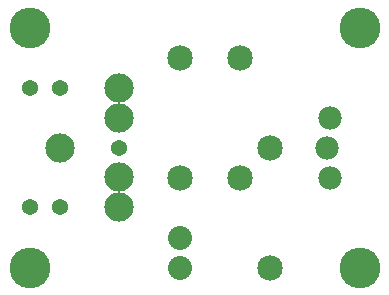
<source format=gts>
G04 MADE WITH FRITZING*
G04 WWW.FRITZING.ORG*
G04 DOUBLE SIDED*
G04 HOLES PLATED*
G04 CONTOUR ON CENTER OF CONTOUR VECTOR*
%ASAXBY*%
%FSLAX23Y23*%
%MOIN*%
%OFA0B0*%
%SFA1.0B1.0*%
%ADD10C,0.135984*%
%ADD11C,0.097695*%
%ADD12C,0.097722*%
%ADD13C,0.054000*%
%ADD14C,0.080000*%
%ADD15C,0.085000*%
%ADD16C,0.077559*%
%LNMASK1*%
G90*
G70*
G54D10*
X1205Y93D03*
X1205Y893D03*
X105Y893D03*
X105Y93D03*
G54D11*
X205Y493D03*
G54D12*
X402Y690D03*
X402Y591D03*
G54D11*
X402Y394D03*
G54D12*
X402Y296D03*
G54D13*
X106Y690D03*
X106Y296D03*
X205Y296D03*
X402Y493D03*
X205Y690D03*
G54D14*
X605Y93D03*
X605Y193D03*
G54D15*
X605Y793D03*
X605Y393D03*
X805Y793D03*
X805Y393D03*
X905Y93D03*
X905Y493D03*
G54D16*
X1105Y593D03*
X1095Y493D03*
X1105Y393D03*
G04 End of Mask1*
M02*
</source>
